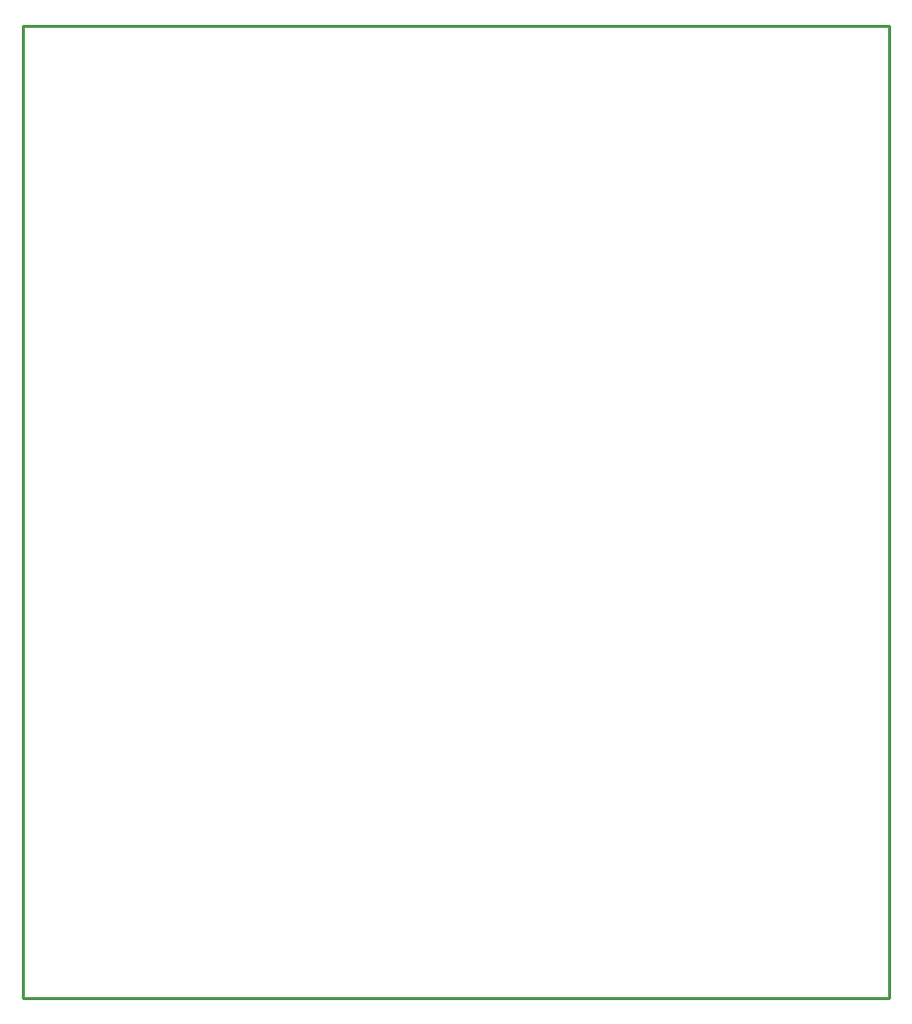
<source format=gko>
G04 Layer_Color=16711935*
%FSLAX25Y25*%
%MOIN*%
G70*
G01*
G75*
%ADD25C,0.01000*%
D25*
X390300Y175400D02*
Y501100D01*
X100000D02*
X390300D01*
X100000Y175400D02*
Y501100D01*
Y175400D02*
X390300D01*
M02*

</source>
